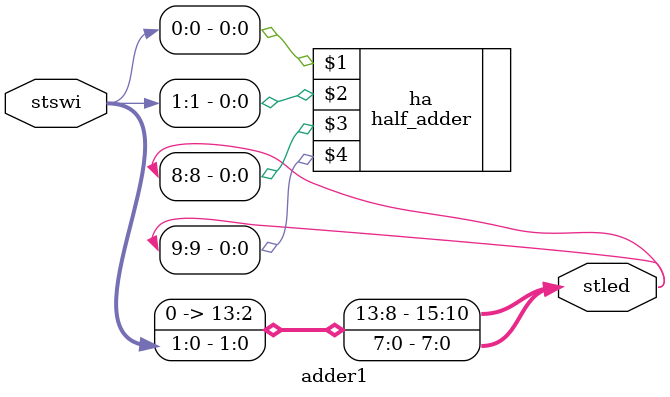
<source format=v>

module adder1(
  input wire [1:0] stswi,
  output wire [15:0] stled
);

  // -------------------------------------------------------
  // set unused LED's to 'off', assign input switches to led
  // -------------------------------------------------------
  assign {stled[7:2], stled[15:10]} = {12{1'b0}};
  assign stled[0] = stswi[0];
  assign stled[1] = stswi[1];

  // -------------------------------------------------------
  // create half-adder, feed input switches into A and B
  // -------------------------------------------------------
  half_adder ha(stswi[0], stswi[1], stled[8], stled[9]);
  
endmodule

</source>
